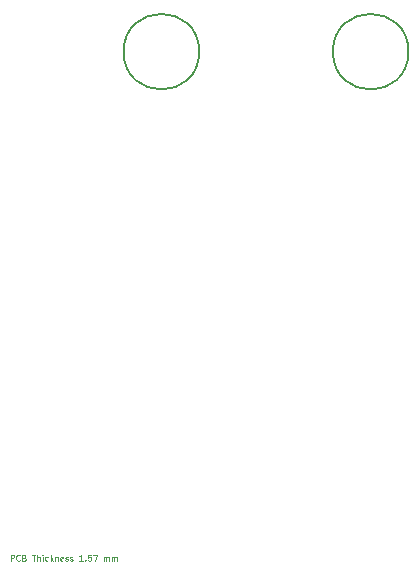
<source format=gbr>
%TF.GenerationSoftware,KiCad,Pcbnew,(5.1.10)-1*%
%TF.CreationDate,2021-08-12T10:07:32+02:00*%
%TF.ProjectId,astropix_v2,61737472-6f70-4697-985f-76322e6b6963,1.0*%
%TF.SameCoordinates,Original*%
%TF.FileFunction,Other,Comment*%
%FSLAX46Y46*%
G04 Gerber Fmt 4.6, Leading zero omitted, Abs format (unit mm)*
G04 Created by KiCad (PCBNEW (5.1.10)-1) date 2021-08-12 10:07:32*
%MOMM*%
%LPD*%
G01*
G04 APERTURE LIST*
%ADD10C,0.150000*%
%ADD11C,0.100000*%
G04 APERTURE END LIST*
D10*
%TO.C,H2*%
X140360000Y-65722500D02*
G75*
G03*
X140360000Y-65722500I-3200000J0D01*
G01*
%TO.C,H1*%
X122643500Y-65722500D02*
G75*
G03*
X122643500Y-65722500I-3200000J0D01*
G01*
%TD*%
%TO.C,J1*%
D11*
X106672000Y-108817190D02*
X106672000Y-108317190D01*
X106862476Y-108317190D01*
X106910095Y-108341000D01*
X106933904Y-108364809D01*
X106957714Y-108412428D01*
X106957714Y-108483857D01*
X106933904Y-108531476D01*
X106910095Y-108555285D01*
X106862476Y-108579095D01*
X106672000Y-108579095D01*
X107457714Y-108769571D02*
X107433904Y-108793380D01*
X107362476Y-108817190D01*
X107314857Y-108817190D01*
X107243428Y-108793380D01*
X107195809Y-108745761D01*
X107172000Y-108698142D01*
X107148190Y-108602904D01*
X107148190Y-108531476D01*
X107172000Y-108436238D01*
X107195809Y-108388619D01*
X107243428Y-108341000D01*
X107314857Y-108317190D01*
X107362476Y-108317190D01*
X107433904Y-108341000D01*
X107457714Y-108364809D01*
X107838666Y-108555285D02*
X107910095Y-108579095D01*
X107933904Y-108602904D01*
X107957714Y-108650523D01*
X107957714Y-108721952D01*
X107933904Y-108769571D01*
X107910095Y-108793380D01*
X107862476Y-108817190D01*
X107672000Y-108817190D01*
X107672000Y-108317190D01*
X107838666Y-108317190D01*
X107886285Y-108341000D01*
X107910095Y-108364809D01*
X107933904Y-108412428D01*
X107933904Y-108460047D01*
X107910095Y-108507666D01*
X107886285Y-108531476D01*
X107838666Y-108555285D01*
X107672000Y-108555285D01*
X108481523Y-108317190D02*
X108767238Y-108317190D01*
X108624380Y-108817190D02*
X108624380Y-108317190D01*
X108933904Y-108817190D02*
X108933904Y-108317190D01*
X109148190Y-108817190D02*
X109148190Y-108555285D01*
X109124380Y-108507666D01*
X109076761Y-108483857D01*
X109005333Y-108483857D01*
X108957714Y-108507666D01*
X108933904Y-108531476D01*
X109386285Y-108817190D02*
X109386285Y-108483857D01*
X109386285Y-108317190D02*
X109362476Y-108341000D01*
X109386285Y-108364809D01*
X109410095Y-108341000D01*
X109386285Y-108317190D01*
X109386285Y-108364809D01*
X109838666Y-108793380D02*
X109791047Y-108817190D01*
X109695809Y-108817190D01*
X109648190Y-108793380D01*
X109624380Y-108769571D01*
X109600571Y-108721952D01*
X109600571Y-108579095D01*
X109624380Y-108531476D01*
X109648190Y-108507666D01*
X109695809Y-108483857D01*
X109791047Y-108483857D01*
X109838666Y-108507666D01*
X110052952Y-108817190D02*
X110052952Y-108317190D01*
X110100571Y-108626714D02*
X110243428Y-108817190D01*
X110243428Y-108483857D02*
X110052952Y-108674333D01*
X110457714Y-108483857D02*
X110457714Y-108817190D01*
X110457714Y-108531476D02*
X110481523Y-108507666D01*
X110529142Y-108483857D01*
X110600571Y-108483857D01*
X110648190Y-108507666D01*
X110672000Y-108555285D01*
X110672000Y-108817190D01*
X111100571Y-108793380D02*
X111052952Y-108817190D01*
X110957714Y-108817190D01*
X110910095Y-108793380D01*
X110886285Y-108745761D01*
X110886285Y-108555285D01*
X110910095Y-108507666D01*
X110957714Y-108483857D01*
X111052952Y-108483857D01*
X111100571Y-108507666D01*
X111124380Y-108555285D01*
X111124380Y-108602904D01*
X110886285Y-108650523D01*
X111314857Y-108793380D02*
X111362476Y-108817190D01*
X111457714Y-108817190D01*
X111505333Y-108793380D01*
X111529142Y-108745761D01*
X111529142Y-108721952D01*
X111505333Y-108674333D01*
X111457714Y-108650523D01*
X111386285Y-108650523D01*
X111338666Y-108626714D01*
X111314857Y-108579095D01*
X111314857Y-108555285D01*
X111338666Y-108507666D01*
X111386285Y-108483857D01*
X111457714Y-108483857D01*
X111505333Y-108507666D01*
X111719619Y-108793380D02*
X111767238Y-108817190D01*
X111862476Y-108817190D01*
X111910095Y-108793380D01*
X111933904Y-108745761D01*
X111933904Y-108721952D01*
X111910095Y-108674333D01*
X111862476Y-108650523D01*
X111791047Y-108650523D01*
X111743428Y-108626714D01*
X111719619Y-108579095D01*
X111719619Y-108555285D01*
X111743428Y-108507666D01*
X111791047Y-108483857D01*
X111862476Y-108483857D01*
X111910095Y-108507666D01*
X112791047Y-108817190D02*
X112505333Y-108817190D01*
X112648190Y-108817190D02*
X112648190Y-108317190D01*
X112600571Y-108388619D01*
X112552952Y-108436238D01*
X112505333Y-108460047D01*
X113005333Y-108769571D02*
X113029142Y-108793380D01*
X113005333Y-108817190D01*
X112981523Y-108793380D01*
X113005333Y-108769571D01*
X113005333Y-108817190D01*
X113481523Y-108317190D02*
X113243428Y-108317190D01*
X113219619Y-108555285D01*
X113243428Y-108531476D01*
X113291047Y-108507666D01*
X113410095Y-108507666D01*
X113457714Y-108531476D01*
X113481523Y-108555285D01*
X113505333Y-108602904D01*
X113505333Y-108721952D01*
X113481523Y-108769571D01*
X113457714Y-108793380D01*
X113410095Y-108817190D01*
X113291047Y-108817190D01*
X113243428Y-108793380D01*
X113219619Y-108769571D01*
X113672000Y-108317190D02*
X114005333Y-108317190D01*
X113791047Y-108817190D01*
X114576761Y-108817190D02*
X114576761Y-108483857D01*
X114576761Y-108531476D02*
X114600571Y-108507666D01*
X114648190Y-108483857D01*
X114719619Y-108483857D01*
X114767238Y-108507666D01*
X114791047Y-108555285D01*
X114791047Y-108817190D01*
X114791047Y-108555285D02*
X114814857Y-108507666D01*
X114862476Y-108483857D01*
X114933904Y-108483857D01*
X114981523Y-108507666D01*
X115005333Y-108555285D01*
X115005333Y-108817190D01*
X115243428Y-108817190D02*
X115243428Y-108483857D01*
X115243428Y-108531476D02*
X115267238Y-108507666D01*
X115314857Y-108483857D01*
X115386285Y-108483857D01*
X115433904Y-108507666D01*
X115457714Y-108555285D01*
X115457714Y-108817190D01*
X115457714Y-108555285D02*
X115481523Y-108507666D01*
X115529142Y-108483857D01*
X115600571Y-108483857D01*
X115648190Y-108507666D01*
X115672000Y-108555285D01*
X115672000Y-108817190D01*
%TD*%
M02*

</source>
